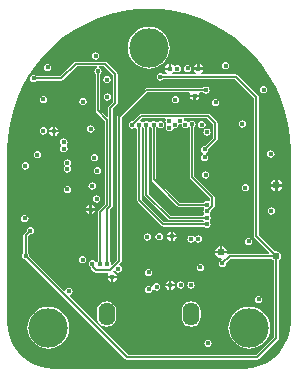
<source format=gbr>
%FSTAX25Y25*%
%MOIN*%
%SFA1B1*%

%IPPOS*%
%ADD29C,0.006000*%
%ADD30C,0.005000*%
%ADD32C,0.008000*%
%ADD34O,0.055118X0.076772*%
%ADD35C,0.131000*%
%ADD36C,0.016000*%
%ADD37C,0.024000*%
%LNdigit_copper_signal_2-1*%
%LPD*%
G36*
X0053571Y0117908D02*
X0057893Y0117305D01*
X0062141Y0116306*
X0066279Y0114919*
X0070271Y0113157*
X0074083Y0111033*
X0077683Y0108567*
X008104Y0105779*
X0084126Y0102694*
X0086914Y0099336*
X008938Y0095736*
X0091503Y0091924*
X0093266Y0087932*
X0094653Y0083794*
X0095652Y0079547*
X0096255Y0075225*
X0096456Y0070866*
Y0013779*
X0096217Y0011044*
X0095506Y0008393*
X0094346Y0005905*
X0092772Y0003656*
X0090831Y0001715*
X0088582Y0000141*
X0086094Y-0001018*
X0083443Y-0001729*
X0080708Y-0001968*
X0017716*
X0014981Y-0001729*
X001233Y-0001018*
X0009842Y0000141*
X0007593Y0001715*
X0005652Y0003656*
X0004078Y0005905*
X0002918Y0008393*
X0002207Y0011044*
X0001968Y0013779*
Y0070866*
X000217Y0075225*
X0002772Y0079547*
X0003771Y0083794*
X0005158Y0087932*
X0006921Y0091924*
X0009044Y0095736*
X001151Y0099336*
X0014298Y0102694*
X0017384Y0105779*
X0020741Y0108567*
X0024341Y0111033*
X0028154Y0113157*
X0032145Y0114919*
X0036283Y0116306*
X0040531Y0117305*
X0044853Y0117908*
X0049212Y011811*
X0053571Y0117908*
G37*
%LNdigit_copper_signal_2-2*%
%LPC*%
G36*
X0031462Y0103585D02*
X0030994Y0103492D01*
X0030597Y0103227*
X0030331Y010283*
X0030238Y0102362*
X0030331Y0101894*
X0030597Y0101497*
X0030994Y0101231*
X0031462Y0101138*
X003193Y0101231*
X0032327Y0101497*
X0032592Y0101894*
X0032685Y0102362*
X0032592Y010283*
X0032327Y0103227*
X003193Y0103492*
X0031462Y0103585*
G37*
G36*
X0066148Y0099699D02*
Y0098548D01*
X0067299*
X0067255Y0098772*
X0066901Y0099301*
X0066372Y0099655*
X0066148Y0099699*
G37*
G36*
X0065348D02*
X0065123Y0099655D01*
X0064594Y0099301*
X006424Y0098772*
X0064196Y0098548*
X0065348*
Y0099699*
G37*
G36*
X00558Y0099651D02*
X0055575Y0099607D01*
X0055046Y0099253*
X0054692Y0098724*
X0054648Y00985*
X00558*
Y0099651*
G37*
G36*
X0049212Y0112101D02*
X004785Y0111967D01*
X004654Y011157*
X0045332Y0110924*
X0044274Y0110056*
X0043405Y0108997*
X004276Y010779*
X0042363Y010648*
X0042228Y0105118*
X0042363Y0103755*
X004276Y0102445*
X0043405Y0101238*
X0044274Y0100179*
X0045332Y0099311*
X004654Y0098665*
X004785Y0098268*
X0049212Y0098134*
X0050575Y0098268*
X0051885Y0098665*
X0053092Y0099311*
X005415Y0100179*
X0055019Y0101238*
X0055664Y0102445*
X0056062Y0103755*
X0056196Y0105118*
X0056062Y010648*
X0055664Y010779*
X0055019Y0108997*
X005415Y0110056*
X0053092Y0110924*
X0051885Y011157*
X0050575Y0111967*
X0049212Y0112101*
G37*
G36*
X00748Y0100323D02*
X0074331Y010023D01*
X0073934Y0099965*
X0073669Y0099568*
X0073576Y00991*
X0073669Y0098631*
X0073934Y0098234*
X0074331Y0097969*
X00748Y0097876*
X0075268Y0097969*
X0075665Y0098234*
X007593Y0098631*
X0076023Y00991*
X007593Y0099568*
X0075665Y0099965*
X0075268Y010023*
X00748Y0100323*
G37*
G36*
X00155Y0099823D02*
X0015031Y009973D01*
X0014634Y0099465*
X0014369Y0099068*
X0014276Y00986*
X0014369Y0098131*
X0014634Y0097734*
X0015031Y0097469*
X00155Y0097376*
X0015968Y0097469*
X0016365Y0097734*
X001663Y0098131*
X0016723Y00986*
X001663Y0099068*
X0016365Y0099465*
X0015968Y009973*
X00155Y0099823*
G37*
G36*
X0062204Y0099523D02*
X0061736Y009943D01*
X0061339Y0099165*
X0061074Y0098768*
X0060981Y00983*
X0061074Y0097831*
X0061339Y0097434*
X0061736Y0097169*
X0062204Y0097076*
X0062672Y0097169*
X0063069Y0097434*
X0063335Y0097831*
X0063428Y00983*
X0063335Y0098768*
X0063069Y0099165*
X0062672Y009943*
X0062204Y0099523*
G37*
G36*
X00566Y0099651D02*
Y00981D01*
X00562*
Y00977*
X0054648*
X0054692Y0097475*
X0055046Y0096946*
X0055391Y0096715*
X005524Y0096215*
X0053998*
X0053965Y0096265*
X0053568Y009653*
X00531Y0096623*
X0052631Y009653*
X0052234Y0096265*
X0051969Y0095868*
X0051876Y00954*
X0051969Y0094931*
X0052234Y0094534*
X0052631Y0094269*
X00531Y0094176*
X0053568Y0094269*
X0053965Y0094534*
X0053998Y0094584*
X0078062*
X0084284Y0088362*
Y0042264*
X0084346Y0041952*
X0084523Y0041687*
X0089301Y0036909*
X0089109Y0036447*
X0076132*
X007582Y0036385*
X0075629Y0036258*
X0075386Y0036354*
X0075175Y0036535*
X0075188Y00366*
X0071268*
X0071344Y0036219*
X0071786Y0035558*
X0072448Y0035116*
X0073228Y003496*
X0073255Y0034966*
X0073568Y0034518*
X0073484Y003438*
X0073231Y003433*
X0072834Y0034065*
X0072569Y0033668*
X0072476Y00332*
X0072569Y0032731*
X0072834Y0032334*
X0073231Y0032069*
X00737Y0031976*
X0074168Y0032069*
X0074565Y0032334*
X007483Y0032731*
X0074923Y00332*
X0074911Y0033258*
X007647Y0034816*
X0090353*
X0090578Y0034478*
X0090916Y0034253*
Y0008731*
X0084969Y0002784*
X0042269*
X0022839Y0022214*
X0023003Y0022756*
X0023068Y0022769*
X0023465Y0023034*
X002373Y0023431*
X0023823Y00239*
X002373Y0024368*
X0023465Y0024765*
X0023068Y002503*
X00226Y0025123*
X0022131Y002503*
X0021734Y0024765*
X0021469Y0024368*
X0021456Y0024303*
X0020914Y0024139*
X0009411Y0035641*
X0009423Y00357*
X000933Y0036168*
X0009065Y0036565*
X0009015Y0036598*
Y0042262*
X0009641Y0042888*
X00097Y0042876*
X0010168Y0042969*
X0010565Y0043234*
X001083Y0043631*
X0010923Y00441*
X001083Y0044568*
X0010565Y0044965*
X0010168Y004523*
X00097Y0045323*
X0009231Y004523*
X0008834Y0044965*
X0008569Y0044568*
X0008476Y00441*
X0008488Y0044041*
X0007623Y0043176*
X0007446Y0042912*
X0007384Y00426*
Y0036598*
X0007334Y0036565*
X0007069Y0036168*
X0006976Y00357*
X0007069Y0035231*
X0007334Y0034834*
X0007731Y0034569*
X00082Y0034476*
X0008258Y0034488*
X0041354Y0001391*
Y0001391*
X0041619Y0001214*
X0041931Y0001152*
X0085307*
X0085307*
X0085619Y0001214*
X0085884Y0001391*
X0092309Y0007816*
X0092309Y0007816*
X0092485Y0008081*
X0092548Y0008393*
Y0008393*
Y0034253*
X0092885Y0034478*
X0093239Y0035008*
X0093363Y0035632*
X0093239Y0036256*
X0092885Y0036785*
X0092356Y0037139*
X0091732Y0037263*
X0091333Y0037184*
X0085915Y0042602*
Y00887*
X0085853Y0089012*
X0085676Y0089276*
X0078976Y0095976*
X0078712Y0096153*
X00784Y0096215*
X0066602*
X0066484Y0096715*
X0066901Y0096994*
X0067255Y0097523*
X0067299Y0097748*
X0064196*
X006424Y0097523*
X0064594Y0096994*
X0065011Y0096715*
X0064893Y0096215*
X0057159*
X0057008Y0096715*
X0057353Y0096946*
X0057411Y0097033*
X0058064Y009711*
X0058193Y0097024*
X0058661Y0096931*
X0059129Y0097024*
X0059526Y009729*
X0059791Y0097686*
X0059884Y0098155*
X0059791Y0098623*
X0059526Y009902*
X0059129Y0099285*
X0058661Y0099378*
X0058193Y0099285*
X0058013Y0099165*
X0057375Y0099221*
X0057353Y0099253*
X0056824Y0099607*
X00566Y0099651*
G37*
G36*
X00875Y0092365D02*
X0087031Y0092272D01*
X0086634Y0092006*
X0086369Y009161*
X0086276Y0091141*
X0086369Y0090673*
X0086634Y0090276*
X0087031Y0090011*
X00875Y0089918*
X0087968Y0090011*
X0088365Y0090276*
X008863Y0090673*
X0088723Y0091141*
X008863Y009161*
X0088365Y0092006*
X0087968Y0092272*
X00875Y0092365*
G37*
G36*
X00347Y0100413D02*
X00249D01*
X0024626Y0100359*
X0024395Y0100204*
X0019804Y0095613*
X0011766*
X0011665Y0095765*
X0011268Y009603*
X00108Y0096123*
X0010331Y009603*
X0009934Y0095765*
X0009669Y0095368*
X0009576Y00949*
X0009669Y0094431*
X0009934Y0094034*
X0010331Y0093769*
X00108Y0093676*
X0011268Y0093769*
X0011665Y0094034*
X0011766Y0094186*
X00201*
X0020373Y009424*
X0020604Y0094395*
X0025195Y0098986*
X0032017*
X0032047Y0098981*
X0032096Y0098486*
X0031994Y0098465*
X0031815Y009843*
X0031418Y0098165*
X0031153Y0097768*
X0031059Y00973*
X0031153Y0096831*
X0031418Y0096434*
X0031486Y0096389*
Y00842*
X003154Y0083926*
X0031695Y0083695*
X0034686Y0080704*
Y0053141*
X0032495Y005095*
X003234Y0050718*
X0032286Y0050445*
Y0034066*
X0032134Y0033965*
X0031977Y003373*
X003195Y003372*
X0031449*
X0031422Y003373*
X0031265Y0033965*
X0030868Y003423*
X00304Y0034323*
X0029931Y003423*
X0029534Y0033965*
X0029269Y0033568*
X0029176Y00331*
X0029269Y0032631*
X0029534Y0032234*
X0029788Y0032065*
Y0031997*
X0029842Y0031724*
X0029997Y0031493*
X0031095Y0030395*
X0031326Y003024*
X00316Y0030186*
X0035522*
X0035525Y0030183*
X0035744Y0029686*
X00355Y0029321*
X0035456Y0029097*
X0038559*
X0038515Y0029321*
X0038161Y0029851*
X0037632Y0030204*
X0037289Y0030273*
X0037144Y003075*
X0037491Y0031097*
X0037968Y0030952*
X0037969Y0030948*
X0038234Y0030551*
X0038631Y0030286*
X00391Y0030193*
X0039568Y0030286*
X0039965Y0030551*
X004023Y0030948*
X0040323Y0031416*
X004023Y0031884*
X0039965Y0032281*
X0039568Y0032546*
X0039564Y0032547*
X0039399Y003309*
X0039904Y0033595*
X0040059Y0033826*
X0040113Y00341*
Y0081704*
X0048695Y0090286*
X0062767*
X0063034Y0089786*
X0062992Y0089724*
X0062948Y00895*
X0066051*
X0066007Y0089724*
X0065965Y0089786*
X0066233Y0090286*
X0067333*
X0067434Y0090134*
X0067831Y0089869*
X00683Y0089776*
X0068768Y0089869*
X0069165Y0090134*
X006943Y0090531*
X0069523Y0091*
X006943Y0091468*
X0069165Y0091865*
X0068768Y009213*
X00683Y0092223*
X0067831Y009213*
X0067434Y0091865*
X0067333Y0091713*
X00484*
X0048126Y0091659*
X0047895Y0091504*
X0038895Y0082504*
X003874Y0082273*
X0038686Y0082*
Y0034395*
X0037069Y0032778*
X0036608Y0033025*
X0036623Y00331*
X003653Y0033568*
X0036265Y0033965*
X0036113Y0034066*
Y0051135*
X0036904Y0051926*
X0037059Y0052158*
X0037113Y0052431*
Y0084704*
X0038604Y0086195*
X0038759Y0086426*
X0038813Y00867*
Y00963*
X0038759Y0096573*
X0038604Y0096804*
X0035204Y0100204*
X0034973Y0100359*
X00347Y0100413*
G37*
G36*
X0066051Y00887D02*
X00649D01*
Y0087548*
X0065124Y0087592*
X0065653Y0087946*
X0066007Y0088475*
X0066051Y00887*
G37*
G36*
X00641D02*
X0062948D01*
X0062992Y0088475*
X0063346Y0087946*
X0063875Y0087592*
X00641Y0087548*
Y00887*
G37*
G36*
X00141Y0089123D02*
X0013631Y008903D01*
X0013234Y0088765*
X0012969Y0088368*
X0012876Y00879*
X0012969Y0087431*
X0013234Y0087034*
X0013631Y0086769*
X00141Y0086676*
X0014568Y0086769*
X0014965Y0087034*
X001523Y0087431*
X0015323Y00879*
X001523Y0088368*
X0014965Y0088765*
X0014568Y008903*
X00141Y0089123*
G37*
G36*
X00581Y0089018D02*
X0057631Y0088925D01*
X0057234Y008866*
X0056969Y0088263*
X0056876Y0087795*
X0056969Y0087327*
X0057234Y008693*
X0057631Y0086664*
X00581Y0086571*
X0058568Y0086664*
X0058965Y008693*
X005923Y0087327*
X0059323Y0087795*
X005923Y0088263*
X0058965Y008866*
X0058568Y0088925*
X00581Y0089018*
G37*
G36*
X00273Y0088323D02*
X0026831Y008823D01*
X0026434Y0087965*
X0026169Y0087568*
X0026076Y00871*
X0026169Y0086631*
X0026434Y0086234*
X0026831Y0085969*
X00273Y0085876*
X0027768Y0085969*
X0028165Y0086234*
X002843Y0086631*
X0028523Y00871*
X002843Y0087568*
X0028165Y0087965*
X0027768Y008823*
X00273Y0088323*
G37*
G36*
X00715Y0088123D02*
X0071031Y008803D01*
X0070634Y0087765*
X0070369Y0087368*
X0070276Y00869*
X0070369Y0086431*
X0070634Y0086034*
X0071031Y0085769*
X00715Y0085676*
X0071968Y0085769*
X0072365Y0086034*
X007263Y0086431*
X0072723Y00869*
X007263Y0087368*
X0072365Y0087765*
X0071968Y008803*
X00715Y0088123*
G37*
G36*
X00804Y0080928D02*
X0079931Y0080835D01*
X0079534Y0080569*
X0079269Y0080173*
X0079176Y0079704*
X0079269Y0079236*
X0079534Y0078839*
X0079931Y0078574*
X00804Y0078481*
X0080868Y0078574*
X0081265Y0078839*
X008153Y0079236*
X0081623Y0079704*
X008153Y0080173*
X0081265Y0080569*
X0080868Y0080835*
X00804Y0080928*
G37*
G36*
X00669Y0080723D02*
X0066431Y008063D01*
X0066034Y0080365*
X0065769Y0079968*
X0065676Y00795*
X0065769Y0079031*
X0066034Y0078634*
X0066431Y0078369*
X00669Y0078276*
X0067368Y0078369*
X0067765Y0078634*
X006803Y0079031*
X0068123Y00795*
X006803Y0079968*
X0067765Y0080365*
X0067368Y008063*
X00669Y0080723*
G37*
G36*
X0017971Y007888D02*
Y0077728D01*
X0019123*
X0019078Y0077952*
X0018725Y0078481*
X0018195Y0078835*
X0017971Y007888*
G37*
G36*
X0017171D02*
X0016947Y0078835D01*
X0016418Y0078481*
X0016064Y0077952*
X0016019Y0077728*
X0017171*
Y007888*
G37*
G36*
X00299Y0079223D02*
X0029431Y007913D01*
X0029034Y0078865*
X0028769Y0078468*
X0028676Y0078*
X0028769Y0077531*
X0029034Y0077134*
X0029431Y0076869*
X00299Y0076776*
X0030368Y0076869*
X0030765Y0077134*
X003103Y0077531*
X0031123Y0078*
X003103Y0078468*
X0030765Y0078865*
X0030368Y007913*
X00299Y0079223*
G37*
G36*
X00141Y0078623D02*
X0013631Y007853D01*
X0013234Y0078265*
X0012969Y0077868*
X0012876Y00774*
X0012969Y0076931*
X0013234Y0076534*
X0013631Y0076269*
X00141Y0076176*
X0014568Y0076269*
X0014965Y0076534*
X001523Y0076931*
X0015323Y00774*
X001523Y0077868*
X0014965Y0078265*
X0014568Y007853*
X00141Y0078623*
G37*
G36*
X0019123Y0076928D02*
X0017971D01*
Y0075776*
X0018195Y0075821*
X0018725Y0076174*
X0019078Y0076704*
X0019123Y0076928*
G37*
G36*
X0017171D02*
X0016019D01*
X0016064Y0076704*
X0016418Y0076174*
X0016947Y0075821*
X0017171Y0075776*
Y0076928*
G37*
G36*
X00686Y0078223D02*
X0068131Y007813D01*
X0067734Y0077865*
X0067469Y0077468*
X0067376Y0077*
X0067469Y0076531*
X0067734Y0076134*
X0068131Y0075869*
X00686Y0075776*
X0069068Y0075869*
X0069465Y0076134*
X006973Y0076531*
X0069823Y0077*
X006973Y0077468*
X0069465Y0077865*
X0069068Y007813*
X00686Y0078223*
G37*
G36*
X0069Y0083113D02*
X00467D01*
X0046426Y0083059*
X0046195Y0082904*
X0043878Y0080588*
X00437Y0080623*
X0043231Y008053*
X0042834Y0080265*
X0042569Y0079868*
X0042476Y00794*
X0042569Y0078931*
X0042834Y0078534*
X0043231Y0078269*
X00437Y0078176*
X0044168Y0078269*
X0044565Y0078534*
X004505Y0078487*
X0045386Y0078162*
Y00542*
X004544Y0053926*
X0045595Y0053695*
X0053595Y0045695*
X0053826Y004554*
X00541Y0045486*
X0067633*
X0067734Y0045334*
X0068131Y0045069*
X00686Y0044976*
X0069068Y0045069*
X0069465Y0045334*
X006973Y0045731*
X0069823Y00462*
X006973Y0046668*
X0069514Y0046991*
X0069465Y0047254*
Y0047371*
X0069514Y0047633*
X006973Y0047957*
X0069823Y0048425*
X006973Y0048893*
X0069537Y0049181*
X0069494Y0049512*
X0069537Y0049843*
X006973Y0050131*
X0069823Y00506*
X0069788Y0050778*
X0070904Y0051895*
X0071059Y0052126*
X0071113Y00524*
Y00552*
X0071059Y0055473*
X0070904Y0055704*
X0064313Y0062295*
Y0078633*
X0064465Y0078734*
X006473Y0079131*
X0064823Y00796*
X006473Y0080068*
X0064465Y0080465*
X0064068Y008073*
X00636Y0080823*
X0063131Y008073*
X0062734Y0080465*
X0062686Y0080392*
X0062282*
X0061885Y0080657*
X0061417Y0080751*
X0061353Y0080738*
X0061032Y0080784*
X0060833Y008126*
X0060967Y0081515*
X0061102Y0081686*
X0068704*
X0070686Y0079704*
Y0075095*
X0067978Y0072388*
X00678Y0072423*
X0067331Y007233*
X0066934Y0072065*
X0066669Y0071668*
X0066576Y00712*
X0066669Y0070731*
X0066934Y0070334*
X0067169Y0070177*
X0067179Y007015*
Y0069649*
X0067169Y0069622*
X0066934Y0069465*
X0066669Y0069068*
X0066576Y00686*
X0066669Y0068131*
X0066934Y0067734*
X0067331Y0067469*
X00678Y0067376*
X0068268Y0067469*
X0068665Y0067734*
X006893Y0068131*
X0069023Y00686*
X006893Y0069068*
X0068665Y0069465*
X006843Y0069622*
X006842Y0069649*
Y007015*
X006843Y0070177*
X0068665Y0070334*
X006893Y0070731*
X0069023Y00712*
X0068988Y0071378*
X0071904Y0074295*
X0072059Y0074526*
X0072113Y00748*
Y008*
X0072059Y0080273*
X0071904Y0080504*
X0069504Y0082904*
X0069273Y0083059*
X0069Y0083113*
G37*
G36*
X00209Y0074923D02*
X0020431Y007483D01*
X0020034Y0074565*
X0019769Y0074168*
X0019676Y00737*
X0019769Y0073231*
X0019974Y0072925*
X0020009Y00726*
X0019974Y0072274*
X0019769Y0071968*
X0019676Y00715*
X0019769Y0071031*
X0020034Y0070634*
X0020431Y0070369*
X00209Y0070276*
X0021368Y0070369*
X0021765Y0070634*
X002203Y0071031*
X0022123Y00715*
X002203Y0071968*
X0021826Y0072274*
X002179Y00726*
X0021826Y0072925*
X002203Y0073231*
X0022123Y00737*
X002203Y0074168*
X0021765Y0074565*
X0021368Y007483*
X00209Y0074923*
G37*
G36*
X00899Y0070923D02*
X0089431Y007083D01*
X0089034Y0070565*
X0088769Y0070168*
X0088676Y00697*
X0088769Y0069231*
X0089034Y0068834*
X0089431Y0068569*
X00899Y0068476*
X0090368Y0068569*
X0090765Y0068834*
X009103Y0069231*
X0091123Y00697*
X009103Y0070168*
X0090765Y0070565*
X0090368Y007083*
X00899Y0070923*
G37*
G36*
X00121Y0070723D02*
X0011631Y007063D01*
X0011234Y0070365*
X0010969Y0069968*
X0010876Y00695*
X0010969Y0069031*
X0011234Y0068634*
X0011631Y0068369*
X00121Y0068276*
X0012568Y0068369*
X0012965Y0068634*
X001323Y0069031*
X0013323Y00695*
X001323Y0069968*
X0012965Y0070365*
X0012568Y007063*
X00121Y0070723*
G37*
G36*
X0031Y0069723D02*
X0030531Y006963D01*
X0030134Y0069365*
X0029869Y0068968*
X0029776Y00685*
X0029869Y0068031*
X0030134Y0067634*
X0030531Y0067369*
X0031Y0067276*
X0031468Y0067369*
X0031865Y0067634*
X003213Y0068031*
X0032223Y00685*
X003213Y0068968*
X0031865Y0069365*
X0031468Y006963*
X0031Y0069723*
G37*
G36*
X00081Y0066971D02*
X0007631Y0066878D01*
X0007234Y0066613*
X0006969Y0066216*
X0006876Y0065748*
X0006969Y0065279*
X0007234Y0064882*
X0007631Y0064617*
X00081Y0064524*
X0008568Y0064617*
X0008965Y0064882*
X000923Y0065279*
X0009323Y0065748*
X000923Y0066216*
X0008965Y0066613*
X0008568Y0066878*
X00081Y0066971*
G37*
G36*
X00221Y0067923D02*
X0021631Y006783D01*
X0021234Y0067565*
X0020969Y0067168*
X0020876Y00667*
X0020969Y0066231*
X0021234Y0065834*
Y0065565*
X0020969Y0065168*
X0020876Y00647*
X0020969Y0064231*
X0021234Y0063834*
X0021631Y0063569*
X00221Y0063476*
X0022568Y0063569*
X0022965Y0063834*
X002323Y0064231*
X0023323Y00647*
X002323Y0065168*
X0022965Y0065565*
Y0065834*
X002323Y0066231*
X0023323Y00667*
X002323Y0067168*
X0022965Y0067565*
X0022568Y006783*
X00221Y0067923*
G37*
G36*
X0032Y0065323D02*
X0031531Y006523D01*
X0031134Y0064965*
X0030869Y0064568*
X0030776Y00641*
X0030869Y0063631*
X0031134Y0063234*
X0031531Y0062969*
X0032Y0062876*
X0032468Y0062969*
X0032865Y0063234*
X003313Y0063631*
X0033223Y00641*
X003313Y0064568*
X0032865Y0064965*
X0032468Y006523*
X0032Y0065323*
G37*
G36*
X00682Y0063923D02*
X0067731Y006383D01*
X0067334Y0063565*
X0067069Y0063168*
X0066976Y00627*
X0067069Y0062231*
X0067334Y0061834*
X0067731Y0061569*
X00682Y0061476*
X0068668Y0061569*
X0069065Y0061834*
X006933Y0062231*
X0069423Y00627*
X006933Y0063168*
X0069065Y0063565*
X0068668Y006383*
X00682Y0063923*
G37*
G36*
X0092132Y0061159D02*
Y00596D01*
X0093691*
X0093616Y005998*
X0093174Y0060641*
X0092512Y0061084*
X0092132Y0061159*
G37*
G36*
X0091332D02*
X0090951Y0061084D01*
X009029Y0060641*
X0089848Y005998*
X0089772Y00596*
X0091332*
Y0061159*
G37*
G36*
X0030315Y0060278D02*
X0029846Y0060185D01*
X0029449Y005992*
X0029184Y0059523*
X0029091Y0059055*
X0029184Y0058586*
X0029449Y005819*
X0029846Y0057924*
X0030315Y0057831*
X0030783Y0057924*
X003118Y005819*
X0031445Y0058586*
X0031538Y0059055*
X0031445Y0059523*
X003118Y005992*
X0030783Y0060185*
X0030315Y0060278*
G37*
G36*
X0093691Y00588D02*
X0092132D01*
Y005724*
X0092512Y0057316*
X0093174Y0057758*
X0093616Y0058419*
X0093691Y00588*
G37*
G36*
X0091332D02*
X0089772D01*
X0089848Y0058419*
X009029Y0057758*
X0090951Y0057316*
X0091332Y005724*
Y00588*
G37*
G36*
X00814Y0059662D02*
X0080931Y0059569D01*
X0080534Y0059304*
X0080269Y0058907*
X0080176Y0058439*
X0080269Y005797*
X0080534Y0057574*
X0080931Y0057308*
X00814Y0057215*
X0081868Y0057308*
X0082265Y0057574*
X008253Y005797*
X0082623Y0058439*
X008253Y0058907*
X0082265Y0059304*
X0081868Y0059569*
X00814Y0059662*
G37*
G36*
X0022037Y005916D02*
X0021568Y0059067D01*
X0021171Y0058802*
X0020906Y0058405*
X0020813Y0057937*
X0020906Y0057468*
X0021171Y0057071*
X0021568Y0056806*
X0022037Y0056713*
X0022505Y0056806*
X0022902Y0057071*
X0023167Y0057468*
X002326Y0057937*
X0023167Y0058405*
X0022902Y0058802*
X0022505Y0059067*
X0022037Y005916*
G37*
G36*
X00318Y0055947D02*
X0031331Y0055854D01*
X0030934Y0055589*
X0030669Y0055192*
X0030576Y0054724*
X0030669Y0054256*
X0030934Y0053859*
X0031331Y0053594*
X00318Y00535*
X0032268Y0053594*
X0032665Y0053859*
X003293Y0054256*
X0033023Y0054724*
X003293Y0055192*
X0032665Y0055589*
X0032268Y0055854*
X00318Y0055947*
G37*
G36*
X00302Y0052745D02*
Y0051593D01*
X0031351*
X0031307Y0051818*
X0030953Y0052347*
X0030424Y00527*
X00302Y0052745*
G37*
G36*
X00294D02*
X0029175Y00527D01*
X0028646Y0052347*
X0028292Y0051818*
X0028248Y0051593*
X00294*
Y0052745*
G37*
G36*
X0031351Y0050793D02*
X00302D01*
Y0049641*
X0030424Y0049686*
X0030953Y005004*
X0031307Y0050569*
X0031351Y0050793*
G37*
G36*
X00294D02*
X0028248D01*
X0028292Y0050569*
X0028646Y005004*
X0029175Y0049686*
X00294Y0049641*
Y0050793*
G37*
G36*
X009Y0051923D02*
X0089531Y005183D01*
X0089134Y0051565*
X0088869Y0051168*
X0088776Y00507*
X0088869Y0050231*
X0089134Y0049834*
X0089531Y0049569*
X009Y0049476*
X0090468Y0049569*
X0090865Y0049834*
X009113Y0050231*
X0091223Y00507*
X009113Y0051168*
X0090865Y0051565*
X0090468Y005183*
X009Y0051923*
G37*
G36*
X00079Y0049498D02*
X0007431Y0049405D01*
X0007034Y004914*
X0006769Y0048743*
X0006676Y0048275*
X0006769Y0047807*
X0007034Y004741*
X0007431Y0047144*
X00079Y0047051*
X0008368Y0047144*
X0008765Y004741*
X000903Y0047807*
X0009123Y0048275*
X000903Y0048743*
X0008765Y004914*
X0008368Y0049405*
X00079Y0049498*
G37*
G36*
X0057289Y0043874D02*
Y0042722D01*
X0058441*
X0058396Y0042947*
X0058043Y0043476*
X0057514Y004383*
X0057289Y0043874*
G37*
G36*
X0056489D02*
X0056265Y004383D01*
X0055736Y0043476*
X0055382Y0042947*
X0055338Y0042722*
X0056489*
Y0043874*
G37*
G36*
X0065748Y0042562D02*
X0065279Y0042469D01*
X0064882Y0042203*
X0064818Y0042107*
X0064217*
X0064152Y0042203*
X0063755Y0042469*
X0063287Y0042562*
X0062819Y0042469*
X0062422Y0042203*
X0062157Y0041806*
X0062063Y0041338*
X0062157Y004087*
X0062422Y0040473*
X0062819Y0040208*
X0063287Y0040115*
X0063755Y0040208*
X0064152Y0040473*
X0064217Y0040569*
X0064818*
X0064882Y0040473*
X0065279Y0040208*
X0065748Y0040115*
X0066216Y0040208*
X0066613Y0040473*
X0066878Y004087*
X0066971Y0041338*
X0066878Y0041806*
X0066613Y0042203*
X0066216Y0042469*
X0065748Y0042562*
G37*
G36*
X0052657Y0043349D02*
X0052189Y0043256D01*
X0051792Y0042991*
X0051527Y0042594*
X0051434Y0042126*
X0051527Y0041657*
X0051792Y004126*
X0052189Y0040995*
X0052657Y0040902*
X0053125Y0040995*
X0053522Y004126*
X0053787Y0041657*
X0053881Y0042126*
X0053787Y0042594*
X0053522Y0042991*
X0053125Y0043256*
X0052657Y0043349*
G37*
G36*
X004872Y0043251D02*
X0048252Y0043157D01*
X0047855Y0042892*
X004759Y0042495*
X0047497Y0042027*
X004759Y0041559*
X0047855Y0041162*
X0048252Y0040897*
X004872Y0040804*
X0049188Y0040897*
X0049585Y0041162*
X004985Y0041559*
X0049944Y0042027*
X004985Y0042495*
X0049585Y0042892*
X0049188Y0043157*
X004872Y0043251*
G37*
G36*
X0058441Y0041922D02*
X0057289D01*
Y0040771*
X0057514Y0040815*
X0058043Y0041169*
X0058396Y0041698*
X0058441Y0041922*
G37*
G36*
X0056489D02*
X0055338D01*
X0055382Y0041698*
X0055736Y0041169*
X0056265Y0040815*
X0056489Y0040771*
Y0041922*
G37*
G36*
X00825Y0041823D02*
X0082031Y004173D01*
X0081634Y0041465*
X0081369Y0041068*
X0081276Y00406*
X0081369Y0040131*
X0081634Y0039734*
X0082031Y0039469*
X00825Y0039376*
X0082968Y0039469*
X0083365Y0039734*
X008363Y0040131*
X0083723Y00406*
X008363Y0041068*
X0083365Y0041465*
X0082968Y004173*
X00825Y0041823*
G37*
G36*
X0073628Y0038959D02*
Y00374D01*
X0075188*
X0075112Y003778*
X007467Y0038441*
X0074008Y0038884*
X0073628Y0038959*
G37*
G36*
X0072828D02*
X0072448Y0038884D01*
X0071786Y0038441*
X0071344Y003778*
X0071268Y00374*
X0072828*
Y0038959*
G37*
G36*
X00272Y0035723D02*
X0026731Y003563D01*
X0026334Y0035365*
X0026069Y0034968*
X0025976Y00345*
X0026069Y0034031*
X0026334Y0033634*
X0026731Y0033369*
X00272Y0033276*
X0027668Y0033369*
X0028065Y0033634*
X002833Y0034031*
X0028423Y00345*
X002833Y0034968*
X0028065Y0035365*
X0027668Y003563*
X00272Y0035723*
G37*
G36*
X0066389Y0033113D02*
X0065921Y003302D01*
X0065524Y0032754*
X0065259Y0032358*
X0065166Y0031889*
X0065259Y0031421*
X0065524Y0031024*
X0065921Y0030759*
X0066389Y0030666*
X0066858Y0030759*
X0067254Y0031024*
X006752Y0031421*
X0067613Y0031889*
X006752Y0032358*
X0067254Y0032754*
X0066858Y003302*
X0066389Y0033113*
G37*
G36*
X0049212Y0031523D02*
X0048744Y003143D01*
X0048347Y0031165*
X0048082Y0030768*
X0047989Y00303*
X0048082Y0029831*
X0048347Y0029434*
X0048744Y0029169*
X0049212Y0029076*
X004968Y0029169*
X0050077Y0029434*
X0050343Y0029831*
X0050436Y00303*
X0050343Y0030768*
X0050077Y0031165*
X004968Y003143*
X0049212Y0031523*
G37*
G36*
X0038559Y0028297D02*
X0037407D01*
Y0027145*
X0037632Y002719*
X0038161Y0027544*
X0038515Y0028073*
X0038559Y0028297*
G37*
G36*
X0036607D02*
X0035456D01*
X00355Y0028073*
X0035854Y0027544*
X0036383Y002719*
X0036607Y0027145*
Y0028297*
G37*
G36*
X00567Y0027551D02*
Y00264D01*
X0057851*
X0057807Y0026624*
X0057453Y0027153*
X0056924Y0027507*
X00567Y0027551*
G37*
G36*
X00559D02*
X0055675Y0027507D01*
X0055146Y0027153*
X0054792Y0026624*
X0054748Y00264*
X00559*
Y0027551*
G37*
G36*
X00518Y0026623D02*
X0051331Y002653D01*
X0050934Y0026265*
X0050669Y0025868*
X005061Y0025568*
X0050098Y0025433*
X0050077Y0025465*
X004968Y002573*
X0049212Y0025823*
X0048744Y002573*
X0048347Y0025465*
X0048082Y0025068*
X0047989Y00246*
X0048082Y0024131*
X0048347Y0023734*
X0048744Y0023469*
X0049212Y0023376*
X004968Y0023469*
X0050077Y0023734*
X0050343Y0024131*
X0050402Y0024431*
X0050913Y0024566*
X0050934Y0024534*
X0051331Y0024269*
X00518Y0024176*
X0052268Y0024269*
X0052665Y0024534*
X005293Y0024931*
X0053023Y00254*
X005293Y0025868*
X0052665Y0026265*
X0052268Y002653*
X00518Y0026623*
G37*
G36*
X0063287Y0027223D02*
X0062819Y002713D01*
X0062422Y0026865*
X0062157Y0026468*
X0062063Y0026*
X0062157Y0025531*
X0062422Y0025134*
X0062819Y0024869*
X0063287Y0024776*
X0063755Y0024869*
X0064152Y0025134*
X0064417Y0025531*
X006451Y0026*
X0064417Y0026468*
X0064152Y0026865*
X0063755Y002713*
X0063287Y0027223*
G37*
G36*
X00598D02*
X0059331Y002713D01*
X0058934Y0026865*
X0058669Y0026468*
X0058576Y0026*
X0058669Y0025531*
X0058934Y0025134*
X0059331Y0024869*
X00598Y0024776*
X0060268Y0024869*
X0060665Y0025134*
X006093Y0025531*
X0061023Y0026*
X006093Y0026468*
X0060665Y0026865*
X0060268Y002713*
X00598Y0027223*
G37*
G36*
X0057851Y00256D02*
X00567D01*
Y0024448*
X0056924Y0024492*
X0057453Y0024846*
X0057807Y0025375*
X0057851Y00256*
G37*
G36*
X00559D02*
X0054748D01*
X0054792Y0025375*
X0055146Y0024846*
X0055675Y0024492*
X00559Y0024448*
Y00256*
G37*
G36*
X008582Y0022423D02*
X0085351Y002233D01*
X0084954Y0022065*
X0084689Y0021668*
X0084596Y00212*
X0084689Y0020731*
X0084954Y0020334*
X0085351Y0020069*
X008582Y0019976*
X0086288Y0020069*
X0086685Y0020334*
X008695Y0020731*
X0087043Y00212*
X008695Y0021668*
X0086685Y0022065*
X0086288Y002233*
X008582Y0022423*
G37*
G36*
X0063287Y0020624D02*
X0062463Y0020515D01*
X0061695Y0020197*
X0061036Y0019691*
X006053Y0019032*
X0060212Y0018264*
X0060104Y0017441*
Y0015275*
X0060212Y0014451*
X006053Y0013684*
X0061036Y0013024*
X0061695Y0012518*
X0062463Y00122*
X0063287Y0012092*
X0064111Y00122*
X0064879Y0012518*
X0065538Y0013024*
X0066044Y0013684*
X0066362Y0014451*
X006647Y0015275*
Y0017441*
X0066362Y0018264*
X0066044Y0019032*
X0065538Y0019691*
X0064879Y0020197*
X0064111Y0020515*
X0063287Y0020624*
G37*
G36*
X0035137D02*
X0034313Y0020515D01*
X0033546Y0020197*
X0032887Y0019691*
X0032381Y0019032*
X0032063Y0018264*
X0031954Y0017441*
Y0015275*
X0032063Y0014451*
X0032381Y0013684*
X0032887Y0013024*
X0033546Y0012518*
X0034313Y00122*
X0035137Y0012092*
X0035961Y00122*
X0036729Y0012518*
X0037388Y0013024*
X0037894Y0013684*
X0038212Y0014451*
X003832Y0015275*
Y0017441*
X0038212Y0018264*
X0037894Y0019032*
X0037388Y0019691*
X0036729Y0020197*
X0035961Y0020515*
X0035137Y0020624*
G37*
G36*
X0068925Y0007848D02*
X0068457Y0007755D01*
X006806Y000749*
X0067794Y0007093*
X0067701Y0006625*
X0067794Y0006157*
X006806Y000576*
X0068457Y0005494*
X0068925Y0005401*
X0069393Y0005494*
X006979Y000576*
X0070055Y0006157*
X0070148Y0006625*
X0070055Y0007093*
X006979Y000749*
X0069393Y0007755*
X0068925Y0007848*
G37*
G36*
X0082677Y0018794D02*
X0081314Y001866D01*
X0080004Y0018262*
X0078797Y0017617*
X0077738Y0016749*
X007687Y001569*
X0076225Y0014483*
X0075827Y0013173*
X0075693Y001181*
X0075827Y0010448*
X0076225Y0009138*
X007687Y0007931*
X0077738Y0006872*
X0078797Y0006004*
X0080004Y0005358*
X0081314Y0004961*
X0082677Y0004827*
X0084039Y0004961*
X0085349Y0005358*
X0086557Y0006004*
X0087615Y0006872*
X0088483Y0007931*
X0089129Y0009138*
X0089526Y0010448*
X008966Y001181*
X0089526Y0013173*
X0089129Y0014483*
X0088483Y001569*
X0087615Y0016749*
X0086557Y0017617*
X0085349Y0018262*
X0084039Y001866*
X0082677Y0018794*
G37*
G36*
X0015748D02*
X0014385Y001866D01*
X0013075Y0018262*
X0011868Y0017617*
X0010809Y0016749*
X0009941Y001569*
X0009295Y0014483*
X0008898Y0013173*
X0008764Y001181*
X0008898Y0010448*
X0009295Y0009138*
X0009941Y0007931*
X0010809Y0006872*
X0011868Y0006004*
X0013075Y0005358*
X0014385Y0004961*
X0015748Y0004827*
X001711Y0004961*
X001842Y0005358*
X0019627Y0006004*
X0020686Y0006872*
X0021554Y0007931*
X00222Y0009138*
X0022597Y0010448*
X0022731Y001181*
X0022597Y0013173*
X00222Y0014483*
X0021554Y001569*
X0020686Y0016749*
X0019627Y0017617*
X001842Y0018262*
X001711Y001866*
X0015748Y0018794*
G37*
%LNdigit_copper_signal_2-3*%
%LPD*%
G36*
X0037386Y0096004D02*
Y0086995D01*
X0035895Y0085504*
X003574Y0085273*
X0035686Y0085*
Y0082376*
X0035224Y0082185*
X0032913Y0084495*
Y0096277*
X0033148Y0096434*
X0033413Y0096831*
X0033507Y00973*
X0033413Y0097768*
X0033148Y0098165*
X0032751Y009843*
X0032572Y0098465*
X003247Y0098486*
X0032519Y0098981*
X0032549Y0098986*
X0034404*
X0037386Y0096004*
G37*
G36*
X0054847Y0081186D02*
X0054775Y0081078D01*
X0054682Y008061*
X0054775Y0080142*
X005504Y0079745*
X0055026Y0079152*
X0054919Y0078991*
X0054826Y0078523*
X0054919Y0078055*
X0055184Y0077658*
X0055581Y0077393*
X0056049Y00773*
X0056517Y0077393*
X0056914Y0077658*
X005718Y0078055*
X0057744Y0078329*
X0057874Y0078304*
X0058342Y0078397*
X0058739Y0078662*
X0059004Y0079059*
X0059039Y0079233*
X0059132Y0079532*
X0059582Y0079596*
X0059645Y0079583*
X0059709Y0079596*
X0060158Y0079532*
X0060252Y0079233*
X0060286Y0079059*
X0060552Y0078662*
X0060949Y0078397*
X0061417Y0078304*
X0061885Y0078397*
X0062282Y0078662*
X0062871Y0078643*
X0062886Y0078633*
Y0062*
X006294Y0061726*
X0063095Y0061495*
X0069686Y0054904*
Y0054164*
X0069186Y0053896*
X0069068Y0053975*
X00686Y0054069*
X0068131Y0053975*
X0067734Y005371*
X0067599Y0053508*
X0059429*
X005145Y0061487*
Y0078527*
X0051652Y0078662*
X0051667Y0078685*
X0052269*
X0052284Y0078662*
X0052681Y0078397*
X0053149Y0078304*
X0053617Y0078397*
X0054014Y0078662*
X005428Y0079059*
X0054373Y0079527*
X005428Y0079995*
X0054014Y0080392*
X0053617Y0080657*
X0053149Y0080751*
X0052681Y0080657*
X0052284Y0080392*
X0052269Y0080369*
X0051667*
X0051652Y0080392*
X0051255Y0080657*
X0050787Y0080751*
X0050319Y0080657*
X0049922Y0080392*
X0049907Y0080369*
X0049305*
X004929Y0080392*
X0048893Y0080657*
X0048425Y0080751*
X0047957Y0080657*
X004756Y0080392*
X004752Y0080333*
X0046965Y0080265*
X0046568Y008053*
X004655Y0080533*
X0046385Y0081076*
X0046995Y0081686*
X0054579*
X0054847Y0081186*
G37*
G36*
X0049763Y0078616D02*
X0050124Y0078275D01*
Y0061212*
X0050175Y0060959*
X0050318Y0060744*
X0058685Y0052376*
X00589Y0052233*
X0059154Y0052182*
X0067599*
X0067734Y005198*
X0067746Y0051972*
Y0051472*
X0067734Y0051465*
X0067469Y0051068*
X0067376Y00506*
X0067469Y0050131*
X0067662Y0049843*
X0067692Y0049614*
X0067388Y0049138*
X005647*
X0049138Y005647*
Y0078561*
X004929Y0078662*
X0049763Y0078616*
G37*
G36*
X0047448Y0078456D02*
X0047711Y007825D01*
Y0056174*
X0047765Y0055901*
X004792Y005567*
X005567Y004792*
X0055901Y0047765*
X0056174Y0047711*
X0067397*
X0067609Y0047211*
X0067375Y0046913*
X0054395*
X0046813Y0054495*
Y0078433*
X0046965Y0078534*
X0047448Y0078456*
G37*
%LNdigit_copper_signal_2-4*%
%LPC*%
G36*
X00353Y0095711D02*
X0034831Y0095618D01*
X0034434Y0095353*
X0034169Y0094956*
X0034076Y0094488*
X0034169Y009402*
X0034434Y0093623*
X0034831Y0093357*
X00353Y0093264*
X0035768Y0093357*
X0036165Y0093623*
X003643Y009402*
X0036523Y0094488*
X003643Y0094956*
X0036165Y0095353*
X0035768Y0095618*
X00353Y0095711*
G37*
G36*
X00354Y0089923D02*
X0034931Y008983D01*
X0034534Y0089565*
X0034269Y0089168*
X0034176Y00887*
X0034269Y0088231*
X0034534Y0087834*
X0034931Y0087569*
X00354Y0087476*
X0035868Y0087569*
X0036265Y0087834*
X003653Y0088231*
X0036623Y00887*
X003653Y0089168*
X0036265Y0089565*
X0035868Y008983*
X00354Y0089923*
G37*
%LNdigit_copper_signal_2-5*%
%LPD*%
G54D29*
X00467Y00824D02*
X0069D01*
X00437Y00794D02*
X00467Y00824D01*
X0069D02*
X00714Y008D01*
X00484Y0091D02*
X00683D01*
X00394Y0082D02*
X00484Y0091D01*
X0048425Y0056174D02*
Y0079527D01*
X00461Y00542D02*
Y00794D01*
X00394Y00341D02*
Y0082D01*
X00362Y00309D02*
X00394Y00341D01*
X00316Y00309D02*
X00362D01*
X0030502Y0031997D02*
X00316Y00309D01*
X0030502Y0031997D02*
Y0032997D01*
X00304Y00331D02*
X0030502Y0032997D01*
X00108Y00949D02*
X00201D01*
X00249Y00997*
X00347*
X00381Y00963*
Y00867D02*
Y00963D01*
X00364Y0085D02*
X00381Y00867D01*
X00364Y0052431D02*
Y0085D01*
X00354Y0051431D02*
X00364Y0052431D01*
X00354Y00331D02*
Y0051431D01*
X00322Y00842D02*
X00354Y0081D01*
Y0052845D02*
Y0081D01*
X00322Y00842D02*
Y0097216D01*
X0032283Y00973*
X0033Y0050445D02*
X00354Y0052845D01*
X0033Y00331D02*
Y0050445D01*
X00541Y00462D02*
X00686D01*
X00461Y00542D02*
X00541Y00462D01*
X00678Y00712D02*
X00714Y00748D01*
Y008*
X0048425Y0056174D02*
X0056174Y0048425D01*
X00686*
X00636Y0062D02*
Y00796D01*
Y0062D02*
X00704Y00552D01*
Y00524D02*
Y00552D01*
X00686Y00506D02*
X00704Y00524D01*
G54D30*
X0050787Y0061212D02*
Y0079527D01*
Y0061212D02*
X0059154Y0052845D01*
X00686*
G54D32*
X00531Y00954D02*
X00784D01*
X00851Y00887*
X0091732Y0008393D02*
Y0035632D01*
X0085307Y0001968D02*
X0091732Y0008393D01*
X0041931Y0001968D02*
X0085307D01*
X00082Y00357D02*
X0041931Y0001968D01*
X00851Y0042264D02*
Y00887D01*
Y0042264D02*
X0091732Y0035632D01*
X00082Y00426D02*
X00097Y00441D01*
X00082Y00357D02*
Y00426D01*
X00737Y00332D02*
X0076132Y0035632D01*
X0091732*
G54D34*
X0063287Y0016358D03*
X0035137D03*
G54D35*
X0049212Y0105118D03*
X0015748Y001181D03*
X0082677D03*
G54D36*
X0055905Y008061D03*
X0053149Y0079527D03*
X0056049Y0078523D03*
X0050787Y0079527D03*
X00581Y0087795D03*
X0048425Y0079527D03*
X0057874D03*
X0061417D03*
X004872Y0042027D03*
X0052657Y0042126D03*
X0056889Y0042322D03*
X0037007Y0028697D03*
X00298Y0051193D03*
X0017571Y0077328D03*
X00562Y00981D03*
X00645Y00891D03*
X00737Y00332D03*
X00082Y00357D03*
X00531Y00954D03*
X00683Y0091D03*
X00353Y0094488D03*
X0032283Y00973D03*
X00108Y00949D03*
X0033Y00331D03*
X00304D03*
X00354D03*
X0068925Y0006625D03*
X00299Y0078D03*
X00354Y00887D03*
X00391Y0031416D03*
X0062204Y00983D03*
X0058661Y0098155D03*
X0065748Y0098148D03*
X00081Y0065748D03*
X00079Y0048275D03*
X00155Y00986D03*
X00273Y00871D03*
X00748Y00991D03*
X00715Y00869D03*
X00814Y0058439D03*
X00804Y0079704D03*
X00899Y00697D03*
X009Y00507D03*
X00825Y00406D03*
X0049212Y00303D03*
X0063287Y0026D03*
X00598D03*
X00272Y00345D03*
X00121Y00695D03*
X00141Y00774D03*
Y00879D03*
X00226Y00239D03*
X0031462Y0102362D03*
X00875Y0091141D03*
X008582Y00212D03*
X0032Y00641D03*
X00318Y0054724D03*
X00097Y00441D03*
X0049212Y00246D03*
X00518Y00254D03*
X00209Y00737D03*
Y00715D03*
X0059645Y0080807D03*
X0022037Y0057937D03*
X0066389Y0031889D03*
X00563Y0026D03*
X00682Y00627D03*
X00221Y00667D03*
Y00647D03*
X00437Y00794D03*
X00461D03*
X00678Y00686D03*
X00686Y00462D03*
Y0048425D03*
Y00506D03*
Y0052845D03*
X00678Y00712D03*
X0031Y00685D03*
X00686Y0077D03*
X00669Y00795D03*
X00636Y00796D03*
X0063287Y0041338D03*
X0065748D03*
X0030315Y0059055D03*
G54D37*
X0091732Y00592D03*
X0073228Y0037D03*
X0091732Y0035632D03*
M02*
</source>
